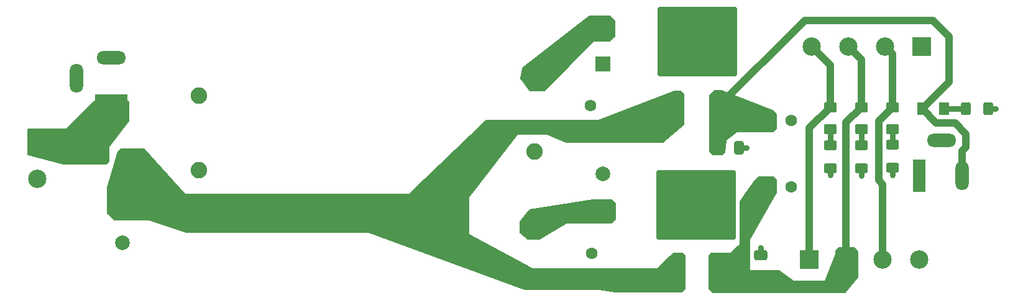
<source format=gbr>
%TF.GenerationSoftware,KiCad,Pcbnew,7.0.8*%
%TF.CreationDate,2023-10-16T07:21:23+01:00*%
%TF.ProjectId,SYNTH_PWR_MKII,53594e54-485f-4505-9752-5f4d4b49492e,1.0*%
%TF.SameCoordinates,Original*%
%TF.FileFunction,Copper,L1,Top*%
%TF.FilePolarity,Positive*%
%FSLAX46Y46*%
G04 Gerber Fmt 4.6, Leading zero omitted, Abs format (unit mm)*
G04 Created by KiCad (PCBNEW 7.0.8) date 2023-10-16 07:21:23*
%MOMM*%
%LPD*%
G01*
G04 APERTURE LIST*
G04 Aperture macros list*
%AMRoundRect*
0 Rectangle with rounded corners*
0 $1 Rounding radius*
0 $2 $3 $4 $5 $6 $7 $8 $9 X,Y pos of 4 corners*
0 Add a 4 corners polygon primitive as box body*
4,1,4,$2,$3,$4,$5,$6,$7,$8,$9,$2,$3,0*
0 Add four circle primitives for the rounded corners*
1,1,$1+$1,$2,$3*
1,1,$1+$1,$4,$5*
1,1,$1+$1,$6,$7*
1,1,$1+$1,$8,$9*
0 Add four rect primitives between the rounded corners*
20,1,$1+$1,$2,$3,$4,$5,0*
20,1,$1+$1,$4,$5,$6,$7,0*
20,1,$1+$1,$6,$7,$8,$9,0*
20,1,$1+$1,$8,$9,$2,$3,0*%
G04 Aperture macros list end*
%TA.AperFunction,SMDPad,CuDef*%
%ADD10RoundRect,0.250000X-0.625000X0.400000X-0.625000X-0.400000X0.625000X-0.400000X0.625000X0.400000X0*%
%TD*%
%TA.AperFunction,ComponentPad*%
%ADD11R,2.500000X2.500000*%
%TD*%
%TA.AperFunction,ComponentPad*%
%ADD12C,2.500000*%
%TD*%
%TA.AperFunction,SMDPad,CuDef*%
%ADD13RoundRect,0.250000X0.300000X-2.050000X0.300000X2.050000X-0.300000X2.050000X-0.300000X-2.050000X0*%
%TD*%
%TA.AperFunction,SMDPad,CuDef*%
%ADD14RoundRect,0.250000X2.375000X-2.025000X2.375000X2.025000X-2.375000X2.025000X-2.375000X-2.025000X0*%
%TD*%
%TA.AperFunction,SMDPad,CuDef*%
%ADD15RoundRect,0.250002X5.149998X-4.449998X5.149998X4.449998X-5.149998X4.449998X-5.149998X-4.449998X0*%
%TD*%
%TA.AperFunction,ComponentPad*%
%ADD16R,1.600000X1.600000*%
%TD*%
%TA.AperFunction,ComponentPad*%
%ADD17C,1.600000*%
%TD*%
%TA.AperFunction,ComponentPad*%
%ADD18R,2.250000X2.250000*%
%TD*%
%TA.AperFunction,ComponentPad*%
%ADD19C,2.250000*%
%TD*%
%TA.AperFunction,ComponentPad*%
%ADD20R,2.000000X2.000000*%
%TD*%
%TA.AperFunction,ComponentPad*%
%ADD21C,2.000000*%
%TD*%
%TA.AperFunction,ComponentPad*%
%ADD22R,1.800000X4.400000*%
%TD*%
%TA.AperFunction,ComponentPad*%
%ADD23O,1.800000X4.000000*%
%TD*%
%TA.AperFunction,ComponentPad*%
%ADD24O,4.000000X1.800000*%
%TD*%
%TA.AperFunction,SMDPad,CuDef*%
%ADD25RoundRect,0.250000X1.500000X0.650000X-1.500000X0.650000X-1.500000X-0.650000X1.500000X-0.650000X0*%
%TD*%
%TA.AperFunction,SMDPad,CuDef*%
%ADD26RoundRect,0.250000X-0.412500X-0.650000X0.412500X-0.650000X0.412500X0.650000X-0.412500X0.650000X0*%
%TD*%
%TA.AperFunction,SMDPad,CuDef*%
%ADD27RoundRect,0.250001X0.624999X-0.462499X0.624999X0.462499X-0.624999X0.462499X-0.624999X-0.462499X0*%
%TD*%
%TA.AperFunction,SMDPad,CuDef*%
%ADD28RoundRect,0.250001X-0.624999X0.462499X-0.624999X-0.462499X0.624999X-0.462499X0.624999X0.462499X0*%
%TD*%
%TA.AperFunction,SMDPad,CuDef*%
%ADD29RoundRect,0.250000X0.650000X-0.412500X0.650000X0.412500X-0.650000X0.412500X-0.650000X-0.412500X0*%
%TD*%
%TA.AperFunction,SMDPad,CuDef*%
%ADD30RoundRect,0.250001X0.462499X0.624999X-0.462499X0.624999X-0.462499X-0.624999X0.462499X-0.624999X0*%
%TD*%
%TA.AperFunction,SMDPad,CuDef*%
%ADD31RoundRect,0.250000X-0.400000X-0.625000X0.400000X-0.625000X0.400000X0.625000X-0.400000X0.625000X0*%
%TD*%
%TA.AperFunction,ComponentPad*%
%ADD32R,4.400000X1.800000*%
%TD*%
%TA.AperFunction,ViaPad*%
%ADD33C,0.700000*%
%TD*%
%TA.AperFunction,ViaPad*%
%ADD34C,0.800000*%
%TD*%
%TA.AperFunction,Conductor*%
%ADD35C,0.750000*%
%TD*%
%TA.AperFunction,Conductor*%
%ADD36C,1.000000*%
%TD*%
G04 APERTURE END LIST*
D10*
%TO.P,R3,1*%
%TO.N,Net-(D4-K)*%
X213750000Y-111450000D03*
%TO.P,R3,2*%
%TO.N,GND*%
X213750000Y-114550000D03*
%TD*%
D11*
%TO.P,J2,1,Pin_1*%
%TO.N,/+18V_IN*%
X101500000Y-111000000D03*
D12*
%TO.P,J2,2,Pin_2*%
%TO.N,GND*%
X101500000Y-116000000D03*
%TD*%
D13*
%TO.P,U2,1,IN*%
%TO.N,/VIN_18V*%
X188685000Y-128725000D03*
D14*
%TO.P,U2,2,GND*%
%TO.N,GND*%
X188450000Y-122000000D03*
X194000000Y-122000000D03*
D15*
X191225000Y-119575000D03*
D14*
X188450000Y-117150000D03*
X194000000Y-117150000D03*
D13*
%TO.P,U2,3,OUT*%
%TO.N,/VOUT_+5V*%
X193765000Y-128725000D03*
%TD*%
D16*
%TO.P,C4,1*%
%TO.N,/VIN_18V*%
X176800000Y-109552651D03*
D17*
%TO.P,C4,2*%
%TO.N,GND*%
X176800000Y-106052651D03*
%TD*%
D18*
%TO.P,PS1,1,VIN*%
%TO.N,/VIN_18V*%
X123530000Y-119960000D03*
D19*
%TO.P,PS1,2,GND*%
%TO.N,GND*%
X123530000Y-114880000D03*
%TO.P,PS1,3,CTRL*%
%TO.N,unconnected-(PS1-CTRL-Pad3)*%
X123530000Y-104720000D03*
%TO.P,PS1,4,-VO*%
%TO.N,/VOUT_-12V*%
X169250000Y-102180000D03*
%TO.P,PS1,5,0V*%
%TO.N,GND*%
X169250000Y-112340000D03*
%TO.P,PS1,6,+VO*%
%TO.N,/VOUT_+12V*%
X169250000Y-122500000D03*
%TD*%
D20*
%TO.P,C2,1*%
%TO.N,GND*%
X178500000Y-100367677D03*
D21*
%TO.P,C2,2*%
%TO.N,/VOUT_-12V*%
X178500000Y-95367677D03*
%TD*%
D10*
%TO.P,R1,1*%
%TO.N,Net-(D2-K)*%
X209500000Y-111450000D03*
%TO.P,R1,2*%
%TO.N,GND*%
X209500000Y-114550000D03*
%TD*%
D16*
%TO.P,C5,1*%
%TO.N,/VOUT_+9V*%
X200647349Y-108100000D03*
D17*
%TO.P,C5,2*%
%TO.N,GND*%
X204147349Y-108100000D03*
%TD*%
D22*
%TO.P,J5,1*%
%TO.N,GND*%
X221650000Y-115600000D03*
D23*
%TO.P,J5,2*%
%TO.N,/VOUT_+9V*%
X227450000Y-115600000D03*
D24*
%TO.P,J5,3*%
%TO.N,unconnected-(J5-Pad3)*%
X224650000Y-110800000D03*
%TD*%
D13*
%TO.P,U1,1,IN*%
%TO.N,/VIN_18V*%
X188885000Y-106475000D03*
D14*
%TO.P,U1,2,GND*%
%TO.N,GND*%
X188650000Y-99750000D03*
X194200000Y-99750000D03*
D15*
X191425000Y-97325000D03*
D14*
X188650000Y-94900000D03*
X194200000Y-94900000D03*
D13*
%TO.P,U1,3,OUT*%
%TO.N,/VOUT_+9V*%
X193965000Y-106475000D03*
%TD*%
D16*
%TO.P,C8,1*%
%TO.N,/VOUT_+5V*%
X200647349Y-117100000D03*
D17*
%TO.P,C8,2*%
%TO.N,GND*%
X204147349Y-117100000D03*
%TD*%
D25*
%TO.P,D1,1,K*%
%TO.N,/VIN_18V*%
X114400000Y-113000000D03*
%TO.P,D1,2,A*%
%TO.N,/+18V_IN*%
X109400000Y-113000000D03*
%TD*%
D16*
%TO.P,C7,1*%
%TO.N,/VIN_18V*%
X177000000Y-129652651D03*
D17*
%TO.P,C7,2*%
%TO.N,GND*%
X177000000Y-126152651D03*
%TD*%
D26*
%TO.P,C6,1*%
%TO.N,/VOUT_+9V*%
X193975000Y-111800000D03*
%TO.P,C6,2*%
%TO.N,GND*%
X197100000Y-111800000D03*
%TD*%
D27*
%TO.P,D4,1,K*%
%TO.N,Net-(D4-K)*%
X213750000Y-109237500D03*
%TO.P,D4,2,A*%
%TO.N,/VOUT_+5V*%
X213750000Y-106262500D03*
%TD*%
D20*
%TO.P,C1,1*%
%TO.N,/VIN_18V*%
X113100000Y-119732323D03*
D21*
%TO.P,C1,2*%
%TO.N,GND*%
X113100000Y-124732323D03*
%TD*%
D20*
%TO.P,C3,1*%
%TO.N,/VOUT_+12V*%
X178500000Y-120367677D03*
D21*
%TO.P,C3,2*%
%TO.N,GND*%
X178500000Y-115367677D03*
%TD*%
D28*
%TO.P,D5,1,K*%
%TO.N,/VOUT_-12V*%
X218000000Y-106262500D03*
%TO.P,D5,2,A*%
%TO.N,Net-(D5-A)*%
X218000000Y-109237500D03*
%TD*%
D10*
%TO.P,R4,1*%
%TO.N,Net-(D5-A)*%
X218000000Y-111362500D03*
%TO.P,R4,2*%
%TO.N,GND*%
X218000000Y-114462500D03*
%TD*%
D27*
%TO.P,D2,1,K*%
%TO.N,Net-(D2-K)*%
X209500000Y-109225000D03*
%TO.P,D2,2,A*%
%TO.N,/VOUT_+12V*%
X209500000Y-106250000D03*
%TD*%
D11*
%TO.P,J4,1,Pin_1*%
%TO.N,GND*%
X222000000Y-98000000D03*
D12*
%TO.P,J4,2,Pin_2*%
%TO.N,/VOUT_-12V*%
X217000000Y-98000000D03*
%TO.P,J4,3,Pin_3*%
%TO.N,/VOUT_+5V*%
X212000000Y-98000000D03*
%TO.P,J4,4,Pin_4*%
%TO.N,/VOUT_+12V*%
X207000000Y-98000000D03*
%TD*%
D11*
%TO.P,J3,1,Pin_1*%
%TO.N,/VOUT_+12V*%
X206660000Y-127000000D03*
D12*
%TO.P,J3,2,Pin_2*%
%TO.N,/VOUT_+5V*%
X211660000Y-127000000D03*
%TO.P,J3,3,Pin_3*%
%TO.N,/VOUT_-12V*%
X216660000Y-127000000D03*
%TO.P,J3,4,Pin_4*%
%TO.N,GND*%
X221660000Y-127000000D03*
%TD*%
D29*
%TO.P,C9,1*%
%TO.N,/VOUT_+5V*%
X200000000Y-129562500D03*
%TO.P,C9,2*%
%TO.N,GND*%
X200000000Y-126437500D03*
%TD*%
D30*
%TO.P,D3,1,K*%
%TO.N,Net-(D3-K)*%
X224987500Y-106500000D03*
%TO.P,D3,2,A*%
%TO.N,/VOUT_+9V*%
X222012500Y-106500000D03*
%TD*%
D31*
%TO.P,R2,1*%
%TO.N,Net-(D3-K)*%
X227950000Y-106500000D03*
%TO.P,R2,2*%
%TO.N,GND*%
X231050000Y-106500000D03*
%TD*%
D32*
%TO.P,J1,1*%
%TO.N,/+18V_IN*%
X111600000Y-105350000D03*
D24*
%TO.P,J1,2*%
%TO.N,GND*%
X111600000Y-99550000D03*
D23*
%TO.P,J1,3*%
X106800000Y-102350000D03*
%TD*%
D33*
%TO.N,GND*%
X198100000Y-111800000D03*
X209500000Y-115500000D03*
X213750000Y-115590000D03*
X194000000Y-117150000D03*
X188450000Y-122000000D03*
X188450000Y-117150000D03*
X194000000Y-122000000D03*
X200000000Y-125400000D03*
D34*
X189000000Y-96000000D03*
X194000000Y-96000000D03*
D33*
X218000000Y-115500000D03*
X194000000Y-99000000D03*
X232070000Y-106500000D03*
X188500000Y-99000000D03*
%TD*%
D35*
%TO.N,GND*%
X213750000Y-115590000D02*
X213750000Y-114550000D01*
X209500000Y-114550000D02*
X209500000Y-115500000D01*
X218000000Y-114462500D02*
X218000000Y-115500000D01*
X200000000Y-126437500D02*
X200000000Y-125400000D01*
X197100000Y-111800000D02*
X198100000Y-111800000D01*
X231050000Y-106500000D02*
X232070000Y-106500000D01*
D36*
%TO.N,/VOUT_-12V*%
X216100000Y-108162500D02*
X218000000Y-106262500D01*
X216660000Y-116760000D02*
X216100000Y-116200000D01*
X216660000Y-127000000D02*
X216660000Y-116760000D01*
X218000000Y-99000000D02*
X217000000Y-98000000D01*
X218000000Y-106262500D02*
X218000000Y-99000000D01*
X216100000Y-116200000D02*
X216100000Y-108162500D01*
%TO.N,/VOUT_+12V*%
X209500000Y-100500000D02*
X207000000Y-98000000D01*
X209500000Y-106250000D02*
X206660000Y-109090000D01*
X206660000Y-109090000D02*
X206660000Y-127000000D01*
X209500000Y-106250000D02*
X209500000Y-100500000D01*
%TO.N,/VOUT_+9V*%
X225700000Y-96600000D02*
X225700000Y-102812500D01*
X225700000Y-102812500D02*
X222012500Y-106500000D01*
X223912500Y-108400000D02*
X226500000Y-108400000D01*
X193965000Y-106475000D02*
X206040000Y-94400000D01*
X228000000Y-109900000D02*
X228000000Y-111700000D01*
X227450000Y-112250000D02*
X227450000Y-115600000D01*
X228000000Y-111700000D02*
X227450000Y-112250000D01*
X223500000Y-94400000D02*
X225700000Y-96600000D01*
X222012500Y-106500000D02*
X223912500Y-108400000D01*
X206040000Y-94400000D02*
X223500000Y-94400000D01*
X226500000Y-108400000D02*
X228000000Y-109900000D01*
%TO.N,/VOUT_+5V*%
X213750000Y-106262500D02*
X211660000Y-108352500D01*
X213750000Y-99750000D02*
X212000000Y-98000000D01*
X211660000Y-108352500D02*
X211660000Y-127000000D01*
X213750000Y-106262500D02*
X213750000Y-99750000D01*
D35*
%TO.N,Net-(D2-K)*%
X209500000Y-109225000D02*
X209500000Y-111450000D01*
%TO.N,Net-(D3-K)*%
X224987500Y-106500000D02*
X227950000Y-106500000D01*
%TO.N,Net-(D4-K)*%
X213750000Y-109237500D02*
X213750000Y-111450000D01*
%TO.N,Net-(D5-A)*%
X218000000Y-109237500D02*
X218000000Y-111362500D01*
%TD*%
%TA.AperFunction,Conductor*%
%TO.N,/+18V_IN*%
G36*
X113943039Y-105419685D02*
G01*
X113988794Y-105472489D01*
X114000000Y-105524000D01*
X114000000Y-108058666D01*
X113980315Y-108125705D01*
X113975200Y-108133066D01*
X111300000Y-111700000D01*
X111300000Y-113648638D01*
X111280315Y-113715677D01*
X111263681Y-113736319D01*
X110936319Y-114063681D01*
X110874996Y-114097166D01*
X110848638Y-114100000D01*
X105115857Y-114100000D01*
X105084654Y-114096010D01*
X100192797Y-112824127D01*
X100132868Y-112788206D01*
X100101873Y-112725588D01*
X100100000Y-112704117D01*
X100100000Y-109324000D01*
X100119685Y-109256961D01*
X100172489Y-109211206D01*
X100224000Y-109200000D01*
X105400000Y-109200000D01*
X109163681Y-105436319D01*
X109225004Y-105402834D01*
X109251362Y-105400000D01*
X113876000Y-105400000D01*
X113943039Y-105419685D01*
G37*
%TD.AperFunction*%
%TD*%
%TA.AperFunction,Conductor*%
%TO.N,/VOUT_+12V*%
G36*
X179815677Y-118819685D02*
G01*
X179836319Y-118836319D01*
X180263681Y-119263681D01*
X180297166Y-119325004D01*
X180300000Y-119351362D01*
X180300000Y-121455106D01*
X180280315Y-121522145D01*
X180271259Y-121534489D01*
X179837181Y-122055383D01*
X179779142Y-122094282D01*
X179741922Y-122100000D01*
X173600000Y-122100000D01*
X173599999Y-122100000D01*
X173599996Y-122100001D01*
X169929294Y-124282582D01*
X169865921Y-124300000D01*
X168247583Y-124300000D01*
X168180544Y-124280315D01*
X168164631Y-124268168D01*
X167241048Y-123436943D01*
X167204387Y-123377465D01*
X167200000Y-123344775D01*
X167200000Y-121844024D01*
X167219685Y-121776985D01*
X167227762Y-121765831D01*
X167415728Y-121534489D01*
X168470168Y-120236715D01*
X168527720Y-120197098D01*
X168546701Y-120192484D01*
X177190212Y-118801574D01*
X177209913Y-118800000D01*
X179748638Y-118800000D01*
X179815677Y-118819685D01*
G37*
%TD.AperFunction*%
%TD*%
%TA.AperFunction,Conductor*%
%TO.N,/VOUT_+5V*%
G36*
X201815677Y-115719685D02*
G01*
X201836319Y-115736319D01*
X202163681Y-116063681D01*
X202197166Y-116125004D01*
X202200000Y-116151362D01*
X202200000Y-117967070D01*
X202183662Y-118028591D01*
X198600000Y-124299999D01*
X198600000Y-125966936D01*
X198599679Y-125973242D01*
X198599500Y-125974987D01*
X198599500Y-126900004D01*
X198599501Y-126900010D01*
X198599679Y-126901749D01*
X198600000Y-126908056D01*
X198600000Y-128500000D01*
X196800000Y-128500000D01*
X194500000Y-126100000D01*
X195900000Y-126100000D01*
X196900000Y-125200000D01*
X196900007Y-125199993D01*
X196900008Y-125199993D01*
X197050003Y-125049996D01*
X197200000Y-124900000D01*
X197200000Y-119040182D01*
X197219685Y-118973143D01*
X197223567Y-118967455D01*
X197924138Y-118000000D01*
X199294225Y-116107974D01*
X199306965Y-116093034D01*
X199663681Y-115736319D01*
X199725004Y-115702834D01*
X199751362Y-115700000D01*
X201748638Y-115700000D01*
X201815677Y-115719685D01*
G37*
%TD.AperFunction*%
%TD*%
%TA.AperFunction,Conductor*%
%TO.N,/VOUT_-12V*%
G36*
X179615677Y-93819685D02*
G01*
X179636319Y-93836319D01*
X180163681Y-94363681D01*
X180197166Y-94425004D01*
X180200000Y-94451362D01*
X180200000Y-96642968D01*
X180180315Y-96710007D01*
X180156698Y-96737116D01*
X179534827Y-97270148D01*
X179471116Y-97298831D01*
X179454129Y-97300000D01*
X177300000Y-97300000D01*
X170636427Y-104063029D01*
X170575354Y-104096968D01*
X170548099Y-104100000D01*
X168661277Y-104100000D01*
X168594238Y-104080315D01*
X168562777Y-104051324D01*
X167331200Y-102440800D01*
X167306113Y-102375589D01*
X167306788Y-102349088D01*
X167493305Y-100950211D01*
X167521676Y-100886364D01*
X167539934Y-100868842D01*
X175877536Y-94363681D01*
X176566374Y-93826236D01*
X176631338Y-93800517D01*
X176642651Y-93800000D01*
X179548638Y-93800000D01*
X179615677Y-93819685D01*
G37*
%TD.AperFunction*%
%TD*%
%TA.AperFunction,Conductor*%
%TO.N,/VIN_18V*%
G36*
X177800000Y-111100000D02*
G01*
X173624289Y-111100000D01*
X173577504Y-111090835D01*
X170900004Y-110000001D01*
X170900001Y-110000000D01*
X170900000Y-110000000D01*
X170899998Y-110000000D01*
X166900000Y-110000000D01*
X160300000Y-118599999D01*
X160300000Y-118600000D01*
X160300000Y-123600000D01*
X169000000Y-128200000D01*
X169000002Y-128200000D01*
X177900000Y-128200000D01*
X178000000Y-131200000D01*
X167921989Y-131200000D01*
X167879350Y-131192438D01*
X146600002Y-123400000D01*
X146600000Y-123400000D01*
X121820123Y-123400000D01*
X121780911Y-123393637D01*
X116700000Y-121700000D01*
X112047583Y-121700000D01*
X111980544Y-121680315D01*
X111964631Y-121668168D01*
X111041048Y-120836943D01*
X111004387Y-120777465D01*
X111000000Y-120744775D01*
X111000000Y-117217366D01*
X111004771Y-117183301D01*
X112391173Y-112330892D01*
X112422718Y-112277281D01*
X112763681Y-111936319D01*
X112825004Y-111902834D01*
X112851362Y-111900000D01*
X116044242Y-111900000D01*
X116111281Y-111919685D01*
X116137003Y-111941712D01*
X121599999Y-118100000D01*
X121600000Y-118100000D01*
X152100000Y-118100000D01*
X162563995Y-108034632D01*
X162625956Y-108002345D01*
X162649957Y-108000000D01*
X177899997Y-108000000D01*
X177900000Y-108000000D01*
X177800000Y-111100000D01*
G37*
%TD.AperFunction*%
%TD*%
%TA.AperFunction,Conductor*%
%TO.N,/VIN_18V*%
G36*
X189415677Y-126119685D02*
G01*
X189436319Y-126136319D01*
X189763681Y-126463681D01*
X189797166Y-126525004D01*
X189800000Y-126551362D01*
X189800000Y-130948638D01*
X189780315Y-131015677D01*
X189763681Y-131036319D01*
X189336319Y-131463681D01*
X189274996Y-131497166D01*
X189248638Y-131500000D01*
X180304027Y-131500000D01*
X180296012Y-131499479D01*
X179118570Y-131345900D01*
X178000014Y-131200001D01*
X178000001Y-131200000D01*
X178000000Y-131200000D01*
X177900000Y-128200000D01*
X185900000Y-128200000D01*
X187705651Y-126551362D01*
X188164484Y-126132428D01*
X188227264Y-126101762D01*
X188248093Y-126100000D01*
X189348638Y-126100000D01*
X189415677Y-126119685D01*
G37*
%TD.AperFunction*%
%TD*%
%TA.AperFunction,Conductor*%
%TO.N,/VOUT_+5V*%
G36*
X212808961Y-125319685D02*
G01*
X212837180Y-125344616D01*
X213271259Y-125865511D01*
X213299055Y-125929613D01*
X213300000Y-125944893D01*
X213300000Y-129456100D01*
X213280315Y-129523139D01*
X213272378Y-129534121D01*
X211637221Y-131554021D01*
X211579741Y-131593741D01*
X211540843Y-131600000D01*
X193551362Y-131600000D01*
X193484323Y-131580315D01*
X193463681Y-131563681D01*
X192936319Y-131036319D01*
X192902834Y-130974996D01*
X192900000Y-130948638D01*
X192900000Y-126541333D01*
X192919685Y-126474294D01*
X192924800Y-126466933D01*
X193162800Y-126149600D01*
X193218771Y-126107779D01*
X193262000Y-126100000D01*
X194500000Y-126100000D01*
X196800000Y-128500000D01*
X198600000Y-128500000D01*
X202559249Y-128500000D01*
X202626288Y-128519685D01*
X202632806Y-128524173D01*
X204500000Y-129900000D01*
X208799999Y-129900000D01*
X208800000Y-129900000D01*
X210200000Y-126300000D01*
X210200000Y-125851362D01*
X210219685Y-125784323D01*
X210236319Y-125763681D01*
X210663681Y-125336319D01*
X210725004Y-125302834D01*
X210751362Y-125300000D01*
X212741922Y-125300000D01*
X212808961Y-125319685D01*
G37*
%TD.AperFunction*%
%TD*%
%TA.AperFunction,Conductor*%
%TO.N,/VIN_18V*%
G36*
X189215677Y-104019685D02*
G01*
X189236319Y-104036319D01*
X189563681Y-104363681D01*
X189597166Y-104425004D01*
X189600000Y-104451362D01*
X189600000Y-108642968D01*
X189580315Y-108710007D01*
X189556698Y-108737116D01*
X186834827Y-111070148D01*
X186771116Y-111098831D01*
X186754129Y-111100000D01*
X177800000Y-111100000D01*
X177900000Y-108000000D01*
X188278511Y-104008265D01*
X188323024Y-104000000D01*
X189148638Y-104000000D01*
X189215677Y-104019685D01*
G37*
%TD.AperFunction*%
%TD*%
%TA.AperFunction,Conductor*%
%TO.N,/VOUT_+9V*%
G36*
X194721539Y-103908308D02*
G01*
X201669970Y-106588417D01*
X201720605Y-106624726D01*
X202171259Y-107165511D01*
X202199055Y-107229613D01*
X202200000Y-107244893D01*
X202200000Y-109148638D01*
X202180315Y-109215677D01*
X202163681Y-109236319D01*
X201736319Y-109663681D01*
X201674996Y-109697166D01*
X201648638Y-109700000D01*
X196799999Y-109700000D01*
X195400000Y-110799998D01*
X195399999Y-110800001D01*
X195205277Y-112357782D01*
X195177430Y-112421862D01*
X195169916Y-112430083D01*
X194836319Y-112763681D01*
X194774996Y-112797166D01*
X194748638Y-112800000D01*
X193551362Y-112800000D01*
X193484323Y-112780315D01*
X193463681Y-112763681D01*
X193036319Y-112336319D01*
X193002834Y-112274996D01*
X193000000Y-112248638D01*
X193000000Y-104651362D01*
X193019685Y-104584323D01*
X193036319Y-104563681D01*
X193663681Y-103936319D01*
X193725004Y-103902834D01*
X193751362Y-103900000D01*
X194676915Y-103900000D01*
X194721539Y-103908308D01*
G37*
%TD.AperFunction*%
%TD*%
M02*

</source>
